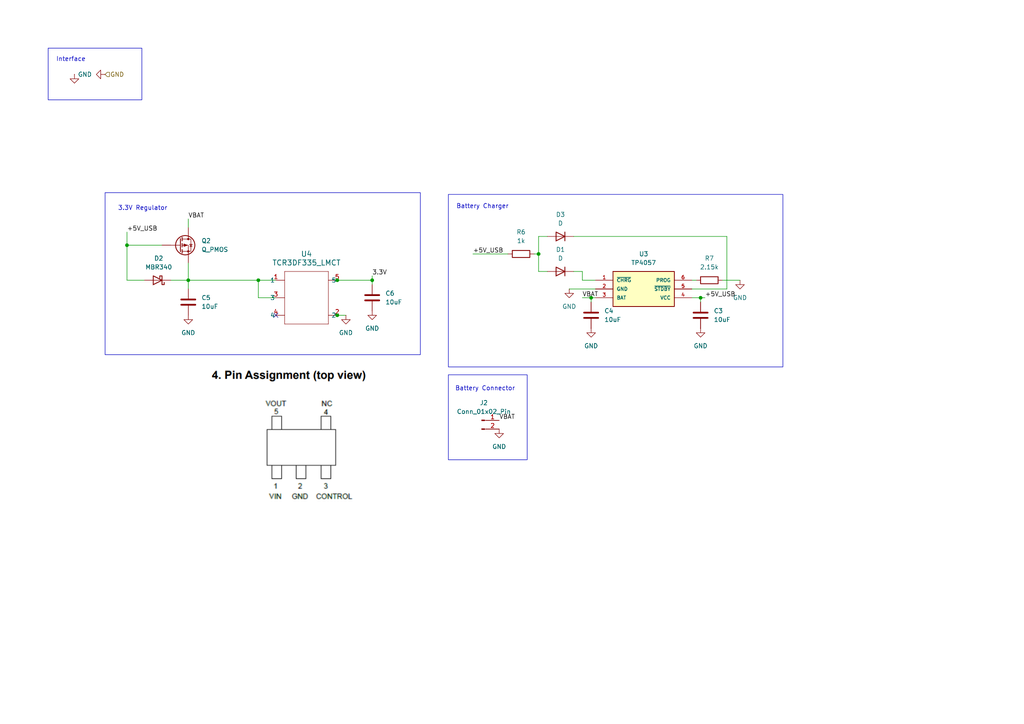
<source format=kicad_sch>
(kicad_sch (version 20250114) (generator "eeschema") (generator_version "9.0")
  (paper "A4")
  (lib_symbols
    (symbol "Connector:Conn_01x02_Pin" (pin_names (offset 1.016) (hide yes))
      (property "Reference" "J" (at 0 2.54 0))
      (property "Value" "Conn_01x02_Pin" (at 0 -5.08 0))
      (symbol "Conn_01x02_Pin_1_1"
        (rectangle (start 0.8636 0.127) (end 0 -0.127) (stroke (width 0.1524)) (fill (type outline)))
        (rectangle (start 0.8636 -2.413) (end 0 -2.667) (stroke (width 0.1524)) (fill (type outline)))
        (polyline (pts (xy 1.27 0) (xy 0.8636 0)) (stroke (width 0.1524)))
        (polyline (pts (xy 1.27 -2.54) (xy 0.8636 -2.54)) (stroke (width 0.1524)))
        (pin passive line (at 5.08 0 180) (length 3.81) (name "Pin_1") (number "1"))
        (pin passive line (at 5.08 -2.54 180) (length 3.81) (name "Pin_2") (number "2"))
      )
    )
    (symbol "Device:C" (pin_numbers (hide yes)) (pin_names (offset 0.254))
      (property "Reference" "C" (at 0.635 2.54 0))
      (property "Value" "C" (at 0.635 -2.54 0))
      (symbol "C_0_1"
        (polyline (pts (xy -2.032 0.762) (xy 2.032 0.762)) (stroke (width 0.508)))
        (polyline (pts (xy -2.032 -0.762) (xy 2.032 -0.762)) (stroke (width 0.508)))
      )
      (symbol "C_1_1"
        (pin passive line (at 0 3.81 270) (length 2.794) (name "~") (number "1"))
        (pin passive line (at 0 -3.81 90) (length 2.794) (name "~") (number "2"))
      )
    )
    (symbol "Device:D" (pin_numbers (hide yes)) (pin_names (offset 1.016) (hide yes))
      (property "Reference" "D" (at 0 2.54 0))
      (property "Value" "D" (at 0 -2.54 0))
      (symbol "D_0_1"
        (polyline (pts (xy -1.27 1.27) (xy -1.27 -1.27)) (stroke (width 0.254)))
        (polyline (pts (xy 1.27 1.27) (xy 1.27 -1.27) (xy -1.27 0) (xy 1.27 1.27)) (stroke (width 0.254)))
        (polyline (pts (xy 1.27 0) (xy -1.27 0)))
      )
      (symbol "D_1_1"
        (pin passive line (at -3.81 0 0) (length 2.54) (name "K") (number "1"))
        (pin passive line (at 3.81 0 180) (length 2.54) (name "A") (number "2"))
      )
    )
    (symbol "Device:Q_PMOS" (pin_numbers (hide yes)) (pin_names (offset 0) (hide yes))
      (property "Reference" "Q" (at 5.08 1.27 0))
      (property "Value" "Q_PMOS" (at 5.08 -1.27 0))
      (symbol "Q_PMOS_0_1"
        (polyline (pts (xy 0.254 1.905) (xy 0.254 -1.905)) (stroke (width 0.254)))
        (polyline (pts (xy 0.254 0) (xy -2.54 0)))
        (polyline (pts (xy 0.762 2.286) (xy 0.762 1.27)) (stroke (width 0.254)))
        (polyline (pts (xy 0.762 1.778) (xy 3.302 1.778) (xy 3.302 -1.778) (xy 0.762 -1.778)))
        (polyline (pts (xy 0.762 0.508) (xy 0.762 -0.508)) (stroke (width 0.254)))
        (polyline (pts (xy 0.762 -1.27) (xy 0.762 -2.286)) (stroke (width 0.254)))
        (circle (center 1.651 0) (radius 2.794) (stroke (width 0.254)))
        (polyline (pts (xy 2.286 0) (xy 1.27 0.381) (xy 1.27 -0.381) (xy 2.286 0)) (fill (type outline)))
        (polyline (pts (xy 2.54 2.54) (xy 2.54 1.778)))
        (circle (center 2.54 1.778) (radius 0.254) (fill (type outline)))
        (circle (center 2.54 -1.778) (radius 0.254) (fill (type outline)))
        (polyline (pts (xy 2.54 -2.54) (xy 2.54 0) (xy 0.762 0)))
        (polyline (pts (xy 2.921 -0.381) (xy 3.683 -0.381)))
        (polyline (pts (xy 3.302 -0.381) (xy 2.921 0.254) (xy 3.683 0.254) (xy 3.302 -0.381)))
      )
      (symbol "Q_PMOS_1_1"
        (pin input line (at -5.08 0 0) (length 2.54) (name "G") (number "G"))
        (pin passive line (at 2.54 5.08 270) (length 2.54) (name "D") (number "D"))
        (pin passive line (at 2.54 -5.08 90) (length 2.54) (name "S") (number "S"))
      )
    )
    (symbol "Device:R" (pin_numbers (hide yes)) (pin_names (offset 0))
      (property "Reference" "R" (at 2.032 0 90))
      (property "Value" "R" (at 0 0 90))
      (symbol "R_0_1"
        (rectangle (start -1.016 -2.54) (end 1.016 2.54) (stroke (width 0.254)))
      )
      (symbol "R_1_1"
        (pin passive line (at 0 3.81 270) (length 1.27) (name "~") (number "1"))
        (pin passive line (at 0 -3.81 90) (length 1.27) (name "~") (number "2"))
      )
    )
    (symbol "Diode:MBR340" (pin_numbers (hide yes)) (pin_names (offset 1.016) (hide yes))
      (property "Reference" "D" (at 0 2.54 0))
      (property "Value" "MBR340" (at 0 -2.54 0))
      (symbol "MBR340_0_1"
        (polyline (pts (xy -1.905 0.635) (xy -1.905 1.27) (xy -1.27 1.27) (xy -1.27 -1.27) (xy -0.635 -1.27) (xy -0.635 -0.635)) (stroke (width 0.254)))
        (polyline (pts (xy 1.27 1.27) (xy 1.27 -1.27) (xy -1.27 0) (xy 1.27 1.27)) (stroke (width 0.254)))
        (polyline (pts (xy 1.27 0) (xy -1.27 0)))
      )
      (symbol "MBR340_1_1"
        (pin passive line (at -3.81 0 0) (length 2.54) (name "K") (number "1"))
        (pin passive line (at 3.81 0 180) (length 2.54) (name "A") (number "2"))
      )
    )
    (symbol "TCR3DF335,LM(CT:TCR3DF335_LMCT" (pin_names (offset 0.254))
      (property "Reference" "U" (at 0 0 0))
      (property "Value" "TCR3DF335_LMCT" (at 0 0 0))
      (symbol "TCR3DF335_LMCT_0_1"
        (polyline (pts (xy -2.54 -2.54) (xy 0 -2.54)))
        (polyline (pts (xy -2.54 -7.62) (xy 0 -7.62)))
        (polyline (pts (xy -2.54 -12.7) (xy 0 -12.7)))
        (polyline (pts (xy 0 0) (xy 12.7 0)) (stroke (width 0.127)))
        (polyline (pts (xy 0 -15.24) (xy 0 0)) (stroke (width 0.127)))
        (polyline (pts (xy 12.7 0) (xy 12.7 -15.24)) (stroke (width 0.127)))
        (polyline (pts (xy 12.7 -15.24) (xy 0 -15.24)) (stroke (width 0.127)))
        (polyline (pts (xy 15.24 -2.54) (xy 12.7 -2.54)))
        (polyline (pts (xy 15.24 -12.7) (xy 12.7 -12.7)))
        (pin unspecified line (at -2.5146 -2.54 180) (length 0.0254) (name "1") (number "1"))
        (pin unspecified line (at -2.5146 -7.62 180) (length 0.0254) (name "3") (number "3"))
        (pin unspecified line (at -2.5146 -12.7 180) (length 0.0254) (name "4") (number "4"))
        (pin unspecified line (at 15.2654 -2.54 180) (length 0.0254) (name "5") (number "5"))
        (pin unspecified line (at 15.2654 -12.7 180) (length 0.0254) (name "2") (number "2"))
      )
    )
    (symbol "TP4057:TP4057" (pin_names (offset 1.016))
      (property "Reference" "U" (at -7.62 5.842 0))
      (property "Value" "TP4057" (at -7.62 -7.62 0))
      (symbol "TP4057_0_0"
        (rectangle (start -7.62 -5.08) (end 10.16 5.08) (stroke (width 0.254)) (fill (type background)))
        (pin open_collector line (at -12.7 2.54 0) (length 5.08) (name "~{CHRG}") (number "1"))
        (pin power_in line (at -12.7 0 0) (length 5.08) (name "GND") (number "2"))
        (pin power_in line (at -12.7 -2.54 0) (length 5.08) (name "BAT") (number "3"))
        (pin input line (at 15.24 2.54 180) (length 5.08) (name "PROG") (number "6"))
        (pin open_collector line (at 15.24 0 180) (length 5.08) (name "~{STDBY}") (number "5"))
        (pin power_in line (at 15.24 -2.54 180) (length 5.08) (name "VCC") (number "4"))
      )
    )
    (symbol "power:GND" (power) (pin_numbers (hide yes)) (pin_names (offset 0) (hide yes))
      (property "Value" "GND" (at 0 -3.81 0))
      (symbol "GND_0_1"
        (polyline (pts (xy 0 0) (xy 0 -1.27) (xy 1.27 -1.27) (xy 0 -2.54) (xy -1.27 -1.27) (xy 0 -1.27)))
      )
      (symbol "GND_1_1"
        (pin power_in line (at 0 0 270) (length 0) (name "~") (number "1"))
      )
    )
  )
  (rectangle (start 13.97 13.97) (end 41.148 28.956))
  (rectangle (start 130.048 56.388) (end 227.076 106.426))
  (rectangle (start 30.48 55.88) (end 121.92 102.87))
  (rectangle (start 130.048 108.712) (end 152.908 133.35))
  (text "3.3V Regulator" (at 41.402 60.452 0) (effects (font (size 1.27 1.27))))
  (text "Battery Connector" (at 140.716 112.776 0) (effects (font (size 1.27 1.27))))
  (text "Battery Charger" (at 139.954 59.944 0) (effects (font (size 1.27 1.27))))
  (text "Interface" (at 20.574 17.272 0) (effects (font (size 1.27 1.27))))
  (junction (at 171.45 86.36))
  (junction (at 74.93 81.28))
  (junction (at 36.83 71.12))
  (junction (at 107.95 81.28))
  (junction (at 97.8154 81.28))
  (junction (at 156.21 73.66))
  (junction (at 54.61 81.28))
  (junction (at 203.2 86.36))
  (junction (at 97.8154 91.44))
  (no_connect (at 80.01 91.44))
  (wire (pts (xy 97.79 91.44) (xy 97.8154 91.44)))
  (wire (pts (xy 97.8154 81.28) (xy 107.95 81.28)))
  (wire (pts (xy 168.91 86.36) (xy 171.45 86.36)))
  (wire (pts (xy 54.61 81.28) (xy 74.93 81.28)))
  (wire (pts (xy 200.66 81.28) (xy 201.93 81.28)))
  (wire (pts (xy 203.2 86.36) (xy 204.47 86.36)))
  (wire (pts (xy 49.53 81.28) (xy 54.61 81.28)))
  (wire (pts (xy 74.93 86.36) (xy 74.93 81.28)))
  (wire (pts (xy 156.21 68.58) (xy 158.75 68.58)))
  (wire (pts (xy 156.21 73.66) (xy 156.21 78.74)))
  (wire (pts (xy 168.91 78.74) (xy 168.91 81.28)))
  (wire (pts (xy 165.1 83.82) (xy 172.72 83.82)))
  (wire (pts (xy 36.83 67.31) (xy 36.83 71.12)))
  (wire (pts (xy 54.61 63.5) (xy 54.61 66.04)))
  (wire (pts (xy 54.61 81.28) (xy 54.61 76.2)))
  (wire (pts (xy 166.37 78.74) (xy 168.91 78.74)))
  (wire (pts (xy 41.91 81.28) (xy 36.83 81.28)))
  (wire (pts (xy 36.83 71.12) (xy 46.99 71.12)))
  (wire (pts (xy 209.55 81.28) (xy 214.63 81.28)))
  (wire (pts (xy 210.82 68.58) (xy 210.82 83.82)))
  (wire (pts (xy 36.83 81.28) (xy 36.83 71.12)))
  (wire (pts (xy 97.79 81.28) (xy 97.8154 81.28)))
  (wire (pts (xy 74.93 81.28) (xy 80.01 81.28)))
  (wire (pts (xy 137.16 73.66) (xy 147.32 73.66)))
  (wire (pts (xy 54.61 81.28) (xy 54.61 83.82)))
  (wire (pts (xy 154.94 73.66) (xy 156.21 73.66)))
  (wire (pts (xy 171.45 86.36) (xy 171.45 87.63)))
  (wire (pts (xy 203.2 86.36) (xy 203.2 87.63)))
  (wire (pts (xy 200.66 86.36) (xy 203.2 86.36)))
  (wire (pts (xy 80.01 86.36) (xy 74.93 86.36)))
  (wire (pts (xy 107.95 81.28) (xy 107.95 82.55)))
  (wire (pts (xy 168.91 81.28) (xy 172.72 81.28)))
  (wire (pts (xy 156.21 78.74) (xy 158.75 78.74)))
  (wire (pts (xy 107.95 80.01) (xy 107.95 81.28)))
  (wire (pts (xy 210.82 83.82) (xy 200.66 83.82)))
  (wire (pts (xy 166.37 68.58) (xy 210.82 68.58)))
  (wire (pts (xy 156.21 73.66) (xy 156.21 68.58)))
  (wire (pts (xy 97.8154 91.44) (xy 100.33 91.44)))
  (wire (pts (xy 171.45 86.36) (xy 172.72 86.36)))
  (image (at 83.743 126.3005) (scale 0.521297))
  (label "3.3V" (at 107.95 80.01 0))
  (label "VBAT" (at 168.91 86.36 0))
  (label "+5V_USB" (at 137.16 73.66 0))
  (label "+5V_USB" (at 204.47 86.36 0))
  (label "+5V_USB" (at 36.83 67.31 0))
  (label "VBAT" (at 144.78 121.92 0))
  (label "VBAT" (at 54.61 63.5 0))
  (hierarchical_label "GND" (shape input) (at 30.48 21.59 0))
  (symbol (lib_id "power:GND") (at 21.59 21.59 0) (unit 1)
    (property "Reference" "#PWR015" (effects (hide yes)))
    (property "Value" "GND" (effects (hide yes)))
    (property "Description" "Power symbol creates a global label with name \"GND\" , ground" (effects (hide yes)))
  )
  (symbol (lib_id "Device:C") (at 54.61 87.63 0) (unit 1)
    (property "Reference" "C5" (at 58.42 86.3599 0) (effects (justify left)))
    (property "Value" "10uF" (at 58.42 88.8999 0) (effects (justify left)))
    (property "Description" "Unpolarized capacitor" (effects (hide yes)))
  )
  (symbol (lib_id "power:GND") (at 54.61 91.44 0) (unit 1)
    (property "Reference" "#PWR018" (effects (hide yes)))
    (property "Value" "GND" (at 54.61 96.52 0))
    (property "Description" "Power symbol creates a global label with name \"GND\" , ground" (effects (hide yes)))
  )
  (symbol (lib_id "power:GND") (at 214.63 81.28 0) (unit 1)
    (property "Reference" "#PWR013" (effects (hide yes)))
    (property "Value" "GND" (at 214.63 86.36 0))
    (property "Description" "Power symbol creates a global label with name \"GND\" , ground" (effects (hide yes)))
  )
  (symbol (lib_id "Device:R") (at 151.13 73.66 90) (unit 1)
    (property "Reference" "R6" (at 151.13 67.31 90))
    (property "Value" "1k" (at 151.13 69.85 90))
    (property "Description" "Resistor" (effects (hide yes)))
  )
  (symbol (lib_id "Device:C") (at 107.95 86.36 0) (unit 1)
    (property "Reference" "C6" (at 111.76 85.0899 0) (effects (justify left)))
    (property "Value" "10uF" (at 111.76 87.6299 0) (effects (justify left)))
    (property "Description" "Unpolarized capacitor" (effects (hide yes)))
  )
  (symbol (lib_id "power:GND") (at 171.45 95.25 0) (unit 1)
    (property "Reference" "#PWR024" (effects (hide yes)))
    (property "Value" "GND" (at 171.45 100.33 0))
    (property "Description" "Power symbol creates a global label with name \"GND\" , ground" (effects (hide yes)))
  )
  (symbol (lib_id "Device:C") (at 171.45 91.44 0) (unit 1)
    (property "Reference" "C4" (at 175.26 90.1699 0) (effects (justify left)))
    (property "Value" "10uF" (at 175.26 92.7099 0) (effects (justify left)))
    (property "Description" "Unpolarized capacitor" (effects (hide yes)))
  )
  (symbol (lib_id "power:GND") (at 144.78 124.46 0) (unit 1)
    (property "Reference" "#PWR023" (effects (hide yes)))
    (property "Value" "GND" (at 144.78 129.54 0))
    (property "Description" "Power symbol creates a global label with name \"GND\" , ground" (effects (hide yes)))
  )
  (symbol (lib_id "Diode:MBR340") (at 45.72 81.28 180) (unit 1)
    (property "Reference" "D2" (at 46.0375 74.93 0))
    (property "Value" "MBR340" (at 46.0375 77.47 0))
    (property "Footprint" "Diode_THT:D_DO-201AD_P15.24mm_Horizontal" (effects (hide yes)))
    (property "Datasheet" "http://www.onsemi.com/pub_link/Collateral/MBR340-D.PDF" (effects (hide yes)))
    (property "Description" "40V 3A Schottky Barrier Rectifier Diode, DO-201AD" (effects (hide yes)))
  )
  (symbol (lib_id "power:GND") (at 100.33 91.44 0) (unit 1)
    (property "Reference" "#PWR019" (effects (hide yes)))
    (property "Value" "GND" (at 100.33 96.52 0))
    (property "Description" "Power symbol creates a global label with name \"GND\" , ground" (effects (hide yes)))
  )
  (symbol (lib_id "power:GND") (at 107.95 90.17 0) (unit 1)
    (property "Reference" "#PWR020" (effects (hide yes)))
    (property "Value" "GND" (at 107.95 95.25 0))
    (property "Description" "Power symbol creates a global label with name \"GND\" , ground" (effects (hide yes)))
  )
  (symbol (lib_id "Device:R") (at 205.74 81.28 90) (unit 1)
    (property "Reference" "R7" (at 205.74 74.93 90))
    (property "Value" "2.15k" (at 205.74 77.47 90))
    (property "Description" "Resistor" (effects (hide yes)))
  )
  (symbol (lib_id "TP4057:TP4057") (at 185.42 83.82 0) (unit 1)
    (property "Reference" "U3" (at 186.69 73.66 0))
    (property "Value" "TP4057" (at 186.69 76.2 0))
    (property "Footprint" "TP4057:SOT23-6" (effects (hide yes)))
    (property "MF" "toppower" (effects (hide yes)))
    (property "Description_1" "SOT23-6 BATTERY MANAGEMENT ICS R" (effects (hide yes)))
    (property "Package" "SOT23-6 UMW" (effects (hide yes)))
    (property "Price" "None" (effects (hide yes)))
    (property "SnapEDA_Link" "https://www.snapeda.com/parts/TP4057/toppower/view-part/?ref=snap" (effects (hide yes)))
    (property "MP" "TP4057" (effects (hide yes)))
    (property "Availability" "Not in stock" (effects (hide yes)))
    (property "Check_prices" "https://www.snapeda.com/parts/TP4057/toppower/view-part/?ref=eda" (effects (hide yes)))
  )
  (symbol (lib_id "power:GND") (at 203.2 95.25 0) (unit 1)
    (property "Reference" "#PWR014" (effects (hide yes)))
    (property "Value" "GND" (at 203.2 100.33 0))
    (property "Description" "Power symbol creates a global label with name \"GND\" , ground" (effects (hide yes)))
  )
  (symbol (lib_id "power:GND") (at 30.48 21.59 270) (unit 1)
    (property "Reference" "#PWR021" (effects (hide yes)))
    (property "Value" "GND" (at 26.67 21.5899 90) (effects (justify right)))
    (property "Description" "Power symbol creates a global label with name \"GND\" , ground" (effects (hide yes)))
  )
  (symbol (lib_id "Device:D") (at 162.56 68.58 180) (unit 1)
    (property "Reference" "D3" (at 162.56 62.23 0))
    (property "Value" "D" (at 162.56 64.77 0))
    (property "Description" "Diode" (effects (hide yes)))
    (property "Sim.Device" "D" (effects (hide yes)))
    (property "Sim.Pins" "1=K 2=A" (effects (hide yes)))
  )
  (symbol (lib_id "Connector:Conn_01x02_Pin") (at 139.7 121.92 0) (unit 1)
    (property "Reference" "J2" (at 140.335 116.84 0))
    (property "Value" "Conn_01x02_Pin" (at 140.335 119.38 0))
    (property "Description" "Generic connector, single row, 01x02, script generated" (effects (hide yes)))
  )
  (symbol (lib_id "Device:Q_PMOS") (at 52.07 71.12 0) (unit 1)
    (property "Reference" "Q2" (at 58.42 69.8499 0) (effects (justify left)))
    (property "Value" "Q_PMOS" (at 58.42 72.3899 0) (effects (justify left)))
    (property "Description" "P-MOSFET transistor" (effects (hide yes)))
  )
  (symbol (lib_id "Device:D") (at 162.56 78.74 180) (unit 1)
    (property "Reference" "D1" (at 162.56 72.39 0))
    (property "Value" "D" (at 162.56 74.93 0))
    (property "Description" "Diode" (effects (hide yes)))
    (property "Sim.Device" "D" (effects (hide yes)))
    (property "Sim.Pins" "1=K 2=A" (effects (hide yes)))
  )
  (symbol (lib_id "Device:C") (at 203.2 91.44 0) (unit 1)
    (property "Reference" "C3" (at 207.01 90.1699 0) (effects (justify left)))
    (property "Value" "10uF" (at 207.01 92.7099 0) (effects (justify left)))
    (property "Description" "Unpolarized capacitor" (effects (hide yes)))
  )
  (symbol (lib_id "power:GND") (at 165.1 83.82 0) (unit 1)
    (property "Reference" "#PWR022" (effects (hide yes)))
    (property "Value" "GND" (at 165.1 88.9 0))
    (property "Description" "Power symbol creates a global label with name \"GND\" , ground" (effects (hide yes)))
  )
  (symbol (lib_id "TCR3DF335,LM(CT:TCR3DF335_LMCT") (at 82.55 78.74 0) (unit 1)
    (property "Reference" "U4" (at 88.9 73.66 0) (effects (font (size 1.524 1.524))))
    (property "Value" "TCR3DF335_LMCT" (at 88.9 76.2 0) (effects (font (size 1.524 1.524))))
    (property "Footprint" "SOT-25   SMV_TOS" (effects (hide yes)))
    (property "Datasheet" "TCR3DF335_LMCT" (effects (hide yes)))
  )
)
</source>
